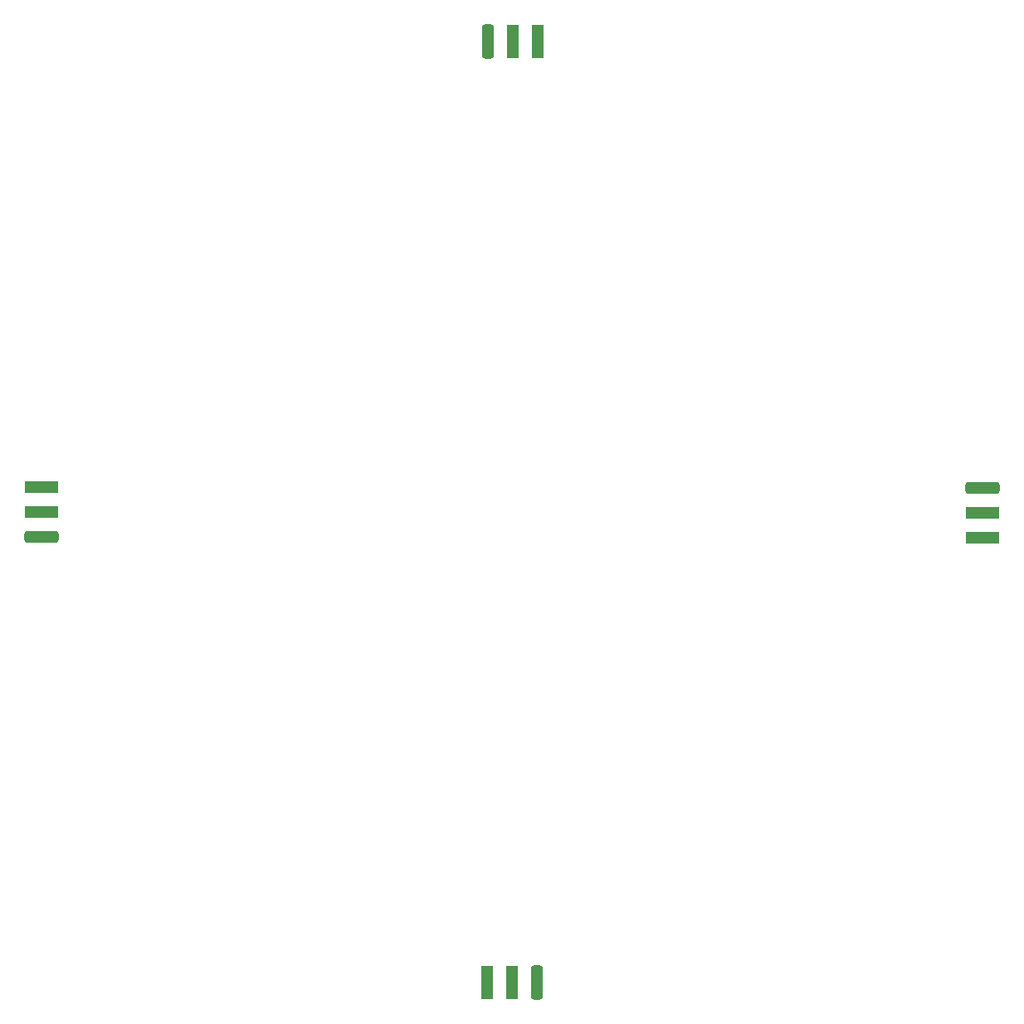
<source format=gbp>
G04*
G04 #@! TF.GenerationSoftware,Altium Limited,Altium Designer,21.0.9 (235)*
G04*
G04 Layer_Color=128*
%FSLAX44Y44*%
%MOMM*%
G71*
G04*
G04 #@! TF.SameCoordinates,F2811E86-CD87-417F-9349-FFAEB9FC674C*
G04*
G04*
G04 #@! TF.FilePolarity,Positive*
G04*
G01*
G75*
G04:AMPARAMS|DCode=23|XSize=1.2mm|YSize=3.5mm|CornerRadius=0.3mm|HoleSize=0mm|Usage=FLASHONLY|Rotation=0.000|XOffset=0mm|YOffset=0mm|HoleType=Round|Shape=RoundedRectangle|*
%AMROUNDEDRECTD23*
21,1,1.2000,2.9000,0,0,0.0*
21,1,0.6000,3.5000,0,0,0.0*
1,1,0.6000,0.3000,-1.4500*
1,1,0.6000,-0.3000,-1.4500*
1,1,0.6000,-0.3000,1.4500*
1,1,0.6000,0.3000,1.4500*
%
%ADD23ROUNDEDRECTD23*%
%ADD24R,1.2000X3.5000*%
G04:AMPARAMS|DCode=26|XSize=1.2mm|YSize=3.5mm|CornerRadius=0.3mm|HoleSize=0mm|Usage=FLASHONLY|Rotation=270.000|XOffset=0mm|YOffset=0mm|HoleType=Round|Shape=RoundedRectangle|*
%AMROUNDEDRECTD26*
21,1,1.2000,2.9000,0,0,270.0*
21,1,0.6000,3.5000,0,0,270.0*
1,1,0.6000,-1.4500,-0.3000*
1,1,0.6000,-1.4500,0.3000*
1,1,0.6000,1.4500,0.3000*
1,1,0.6000,1.4500,-0.3000*
%
%ADD26ROUNDEDRECTD26*%
%ADD27R,3.5000X1.2000*%
D23*
X524999Y20278D02*
D03*
X475001Y979722D02*
D03*
D24*
X499599Y20278D02*
D03*
X474198D02*
D03*
X500401Y979722D02*
D03*
X525802D02*
D03*
D26*
X20016Y475001D02*
D03*
X979984Y524998D02*
D03*
D27*
X20016Y525801D02*
D03*
Y500401D02*
D03*
X979984Y474198D02*
D03*
Y499598D02*
D03*
M02*

</source>
